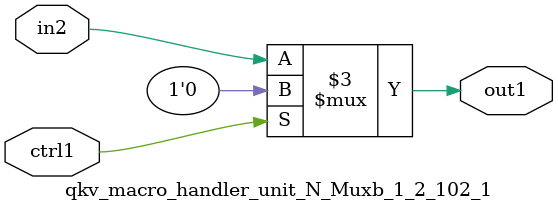
<source format=v>

`timescale 1ps / 1ps


module qkv_macro_handler_unit_N_Muxb_1_2_102_1( in2, ctrl1, out1 );

    input in2;
    input ctrl1;
    output out1;
    reg out1;

    
    // rtl_process:qkv_macro_handler_unit_N_Muxb_1_2_102_1/qkv_macro_handler_unit_N_Muxb_1_2_102_1_thread_1
    always @*
      begin : qkv_macro_handler_unit_N_Muxb_1_2_102_1_thread_1
        case (ctrl1) 
          1'b1: 
            begin
              out1 = 1'b0;
            end
          default: 
            begin
              out1 = in2;
            end
        endcase
      end

endmodule



</source>
